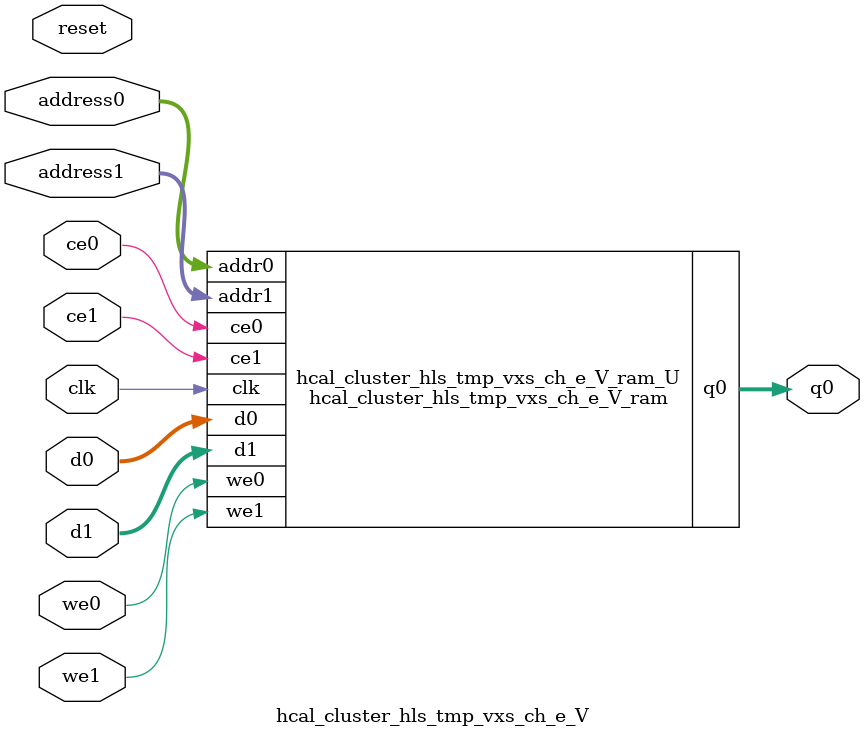
<source format=v>
`timescale 1 ns / 1 ps
module hcal_cluster_hls_tmp_vxs_ch_e_V_ram (addr0, ce0, d0, we0, q0, addr1, ce1, d1, we1,  clk);

parameter DWIDTH = 13;
parameter AWIDTH = 8;
parameter MEM_SIZE = 256;

input[AWIDTH-1:0] addr0;
input ce0;
input[DWIDTH-1:0] d0;
input we0;
output wire[DWIDTH-1:0] q0;
input[AWIDTH-1:0] addr1;
input ce1;
input[DWIDTH-1:0] d1;
input we1;
input clk;

reg [DWIDTH-1:0] ram[0:MEM_SIZE-1];
wire [AWIDTH-1:0] addr0_t0; 
reg [AWIDTH-1:0] addr0_t1; 
wire [DWIDTH-1:0] d0_t0; 
wire we0_t0; 
reg [DWIDTH-1:0] d0_t1; 
reg we0_t1; 
reg [DWIDTH-1:0] q0_t0;
reg [DWIDTH-1:0] q0_t1;
wire [AWIDTH-1:0] addr1_t0; 
reg [AWIDTH-1:0] addr1_t1; 
wire [DWIDTH-1:0] d1_t0; 
wire we1_t0; 
reg [DWIDTH-1:0] d1_t1; 
reg we1_t1; 


assign addr0_t0 = addr0;
assign d0_t0 = d0;
assign we0_t0 = we0;
assign q0 = q0_t1;
assign addr1_t0 = addr1;
assign d1_t0 = d1;
assign we1_t0 = we1;

always @(posedge clk)  
begin
    if (ce0) 
    begin
        addr0_t1 <= addr0_t0; 
        d0_t1 <= d0_t0;
        we0_t1 <= we0_t0;
        q0_t1 <= q0_t0;
    end
    if (ce1) 
    begin
        addr1_t1 <= addr1_t0; 
        d1_t1 <= d1_t0;
        we1_t1 <= we1_t0;
    end
end


always @(posedge clk)  
begin 
    if (ce0) begin
        if (we0_t1) 
            ram[addr0_t1] <= d0_t1; 
        q0_t0 <= ram[addr0_t1];
    end
end


always @(posedge clk)  
begin 
    if (ce1) begin
        if (we1_t1) 
            ram[addr1_t1] <= d1_t1; 
    end
end


endmodule

`timescale 1 ns / 1 ps
module hcal_cluster_hls_tmp_vxs_ch_e_V(
    reset,
    clk,
    address0,
    ce0,
    we0,
    d0,
    q0,
    address1,
    ce1,
    we1,
    d1);

parameter DataWidth = 32'd13;
parameter AddressRange = 32'd256;
parameter AddressWidth = 32'd8;
input reset;
input clk;
input[AddressWidth - 1:0] address0;
input ce0;
input we0;
input[DataWidth - 1:0] d0;
output[DataWidth - 1:0] q0;
input[AddressWidth - 1:0] address1;
input ce1;
input we1;
input[DataWidth - 1:0] d1;



hcal_cluster_hls_tmp_vxs_ch_e_V_ram hcal_cluster_hls_tmp_vxs_ch_e_V_ram_U(
    .clk( clk ),
    .addr0( address0 ),
    .ce0( ce0 ),
    .we0( we0 ),
    .d0( d0 ),
    .q0( q0 ),
    .addr1( address1 ),
    .ce1( ce1 ),
    .we1( we1 ),
    .d1( d1 ));

endmodule


</source>
